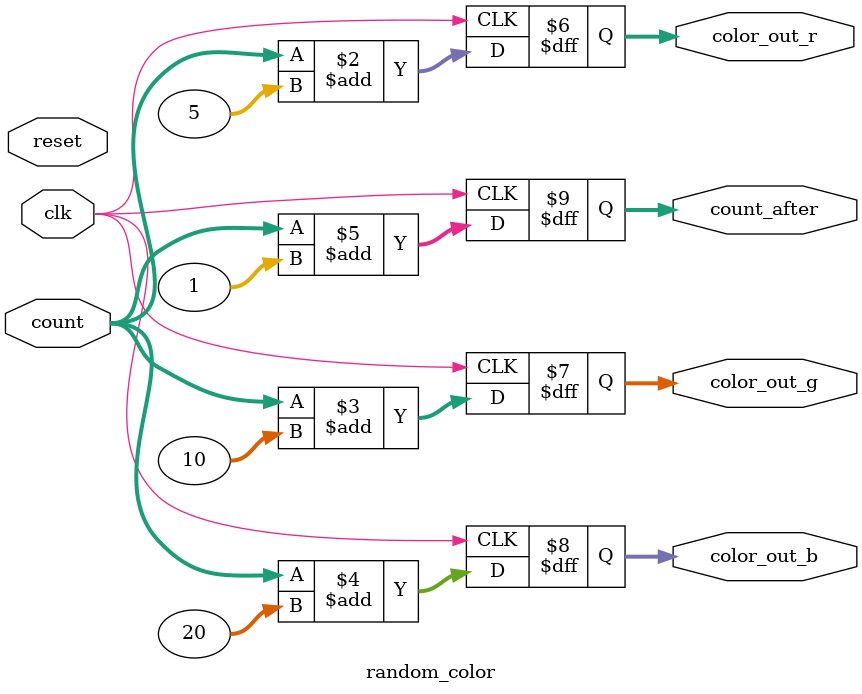
<source format=sv>
module random_color(input logic clk,reset,
						  input logic [31:0] count,
						  output logic [31:0] color_out_r,color_out_g,color_out_b,count_after);
			 
		always_ff @(posedge clk)
		begin
			color_out_r = count+5;
			color_out_g = count+10;
			color_out_b = count+20;
			count_after <= count + 1;
		end
endmodule


</source>
